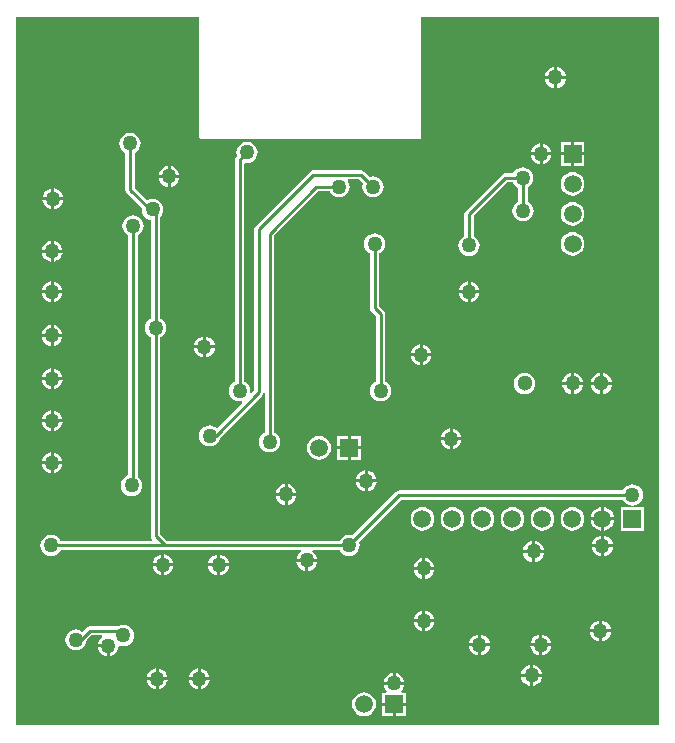
<source format=gbl>
G04*
G04 #@! TF.GenerationSoftware,Altium Limited,Altium Designer,18.1.7 (191)*
G04*
G04 Layer_Physical_Order=2*
G04 Layer_Color=16711680*
%FSLAX25Y25*%
%MOIN*%
G70*
G01*
G75*
%ADD14C,0.01000*%
%ADD62R,0.05906X0.05906*%
%ADD63C,0.05906*%
%ADD64R,0.05906X0.05906*%
%ADD65C,0.05118*%
%ADD66C,0.05000*%
G36*
X315971Y263029D02*
X101529D01*
Y498971D01*
X162500D01*
Y459000D01*
X163000Y458500D01*
X236500D01*
Y498971D01*
X315971D01*
Y263029D01*
D02*
G37*
%LPC*%
G36*
X281827Y482464D02*
Y479500D01*
X284791D01*
X284737Y479914D01*
X284384Y480765D01*
X283823Y481496D01*
X283092Y482057D01*
X282241Y482410D01*
X281827Y482464D01*
D02*
G37*
G36*
X280827D02*
X280413Y482410D01*
X279562Y482057D01*
X278831Y481496D01*
X278270Y480765D01*
X277917Y479914D01*
X277862Y479500D01*
X280827D01*
Y482464D01*
D02*
G37*
G36*
X284791Y478500D02*
X281827D01*
Y475536D01*
X282241Y475590D01*
X283092Y475943D01*
X283823Y476504D01*
X284384Y477235D01*
X284737Y478086D01*
X284791Y478500D01*
D02*
G37*
G36*
X280827D02*
X277862D01*
X277917Y478086D01*
X278270Y477235D01*
X278831Y476504D01*
X279562Y475943D01*
X280413Y475590D01*
X280827Y475536D01*
Y478500D01*
D02*
G37*
G36*
X290953Y457453D02*
X287500D01*
Y454000D01*
X290953D01*
Y457453D01*
D02*
G37*
G36*
X277000Y456964D02*
Y454000D01*
X279964D01*
X279910Y454414D01*
X279557Y455265D01*
X278996Y455996D01*
X278265Y456557D01*
X277414Y456910D01*
X277000Y456964D01*
D02*
G37*
G36*
X276000D02*
X275586Y456910D01*
X274735Y456557D01*
X274004Y455996D01*
X273443Y455265D01*
X273090Y454414D01*
X273036Y454000D01*
X276000D01*
Y456964D01*
D02*
G37*
G36*
X286500Y457453D02*
X283047D01*
Y454000D01*
X286500D01*
Y457453D01*
D02*
G37*
G36*
X178500Y457530D02*
X177586Y457410D01*
X176735Y457057D01*
X176004Y456496D01*
X175443Y455765D01*
X175090Y454914D01*
X174970Y454000D01*
X175090Y453086D01*
X175188Y452851D01*
X174919Y452581D01*
X174587Y452085D01*
X174471Y451500D01*
Y377655D01*
X174235Y377557D01*
X173504Y376996D01*
X172943Y376265D01*
X172590Y375414D01*
X172470Y374500D01*
X172590Y373586D01*
X172943Y372735D01*
X173504Y372004D01*
X174235Y371443D01*
X175086Y371090D01*
X176000Y370970D01*
X176691Y371061D01*
X176924Y370587D01*
X168404Y362067D01*
X167765Y362557D01*
X166914Y362910D01*
X166000Y363030D01*
X165086Y362910D01*
X164235Y362557D01*
X163504Y361996D01*
X162943Y361265D01*
X162590Y360414D01*
X162470Y359500D01*
X162590Y358586D01*
X162943Y357735D01*
X163504Y357004D01*
X164235Y356443D01*
X165086Y356090D01*
X166000Y355970D01*
X166914Y356090D01*
X167765Y356443D01*
X168496Y357004D01*
X169057Y357735D01*
X169410Y358586D01*
X169434Y358771D01*
X183581Y372919D01*
X183913Y373415D01*
X183971Y373705D01*
X184471Y373655D01*
Y360655D01*
X184235Y360557D01*
X183504Y359996D01*
X182943Y359265D01*
X182590Y358414D01*
X182470Y357500D01*
X182590Y356586D01*
X182943Y355735D01*
X183504Y355004D01*
X184235Y354443D01*
X185086Y354090D01*
X186000Y353970D01*
X186914Y354090D01*
X187765Y354443D01*
X188496Y355004D01*
X189057Y355735D01*
X189410Y356586D01*
X189530Y357500D01*
X189410Y358414D01*
X189057Y359265D01*
X188496Y359996D01*
X187765Y360557D01*
X187529Y360655D01*
Y426260D01*
X202240Y440971D01*
X206077D01*
X206175Y440735D01*
X206736Y440004D01*
X207467Y439443D01*
X208319Y439090D01*
X209232Y438970D01*
X210146Y439090D01*
X210997Y439443D01*
X211729Y440004D01*
X212290Y440735D01*
X212642Y441586D01*
X212762Y442500D01*
X212642Y443414D01*
X212290Y444265D01*
X212092Y444522D01*
X212313Y444971D01*
X215866D01*
X217188Y443649D01*
X217090Y443414D01*
X216970Y442500D01*
X217090Y441586D01*
X217443Y440735D01*
X218004Y440004D01*
X218735Y439443D01*
X219586Y439090D01*
X220500Y438970D01*
X221414Y439090D01*
X222265Y439443D01*
X222996Y440004D01*
X223557Y440735D01*
X223910Y441586D01*
X224030Y442500D01*
X223910Y443414D01*
X223557Y444265D01*
X222996Y444996D01*
X222265Y445557D01*
X221414Y445910D01*
X220500Y446030D01*
X219586Y445910D01*
X219351Y445812D01*
X217581Y447581D01*
X217085Y447913D01*
X216500Y448029D01*
X200500D01*
X199915Y447913D01*
X199419Y447581D01*
X181419Y429581D01*
X181087Y429085D01*
X180971Y428500D01*
Y374634D01*
X179913Y373576D01*
X179439Y373809D01*
X179530Y374500D01*
X179410Y375414D01*
X179057Y376265D01*
X178496Y376996D01*
X177765Y377557D01*
X177529Y377655D01*
Y450093D01*
X178029Y450532D01*
X178500Y450470D01*
X179414Y450590D01*
X180265Y450943D01*
X180996Y451504D01*
X181557Y452235D01*
X181910Y453086D01*
X182030Y454000D01*
X181910Y454914D01*
X181557Y455765D01*
X180996Y456496D01*
X180265Y457057D01*
X179414Y457410D01*
X178500Y457530D01*
D02*
G37*
G36*
X279964Y453000D02*
X277000D01*
Y450036D01*
X277414Y450090D01*
X278265Y450443D01*
X278996Y451004D01*
X279557Y451735D01*
X279910Y452586D01*
X279964Y453000D01*
D02*
G37*
G36*
X276000D02*
X273036D01*
X273090Y452586D01*
X273443Y451735D01*
X274004Y451004D01*
X274735Y450443D01*
X275586Y450090D01*
X276000Y450036D01*
Y453000D01*
D02*
G37*
G36*
X290953D02*
X287500D01*
Y449547D01*
X290953D01*
Y453000D01*
D02*
G37*
G36*
X286500D02*
X283047D01*
Y449547D01*
X286500D01*
Y453000D01*
D02*
G37*
G36*
X153000Y449464D02*
Y446500D01*
X155964D01*
X155910Y446914D01*
X155557Y447765D01*
X154996Y448496D01*
X154265Y449057D01*
X153414Y449410D01*
X153000Y449464D01*
D02*
G37*
G36*
X152000D02*
X151586Y449410D01*
X150735Y449057D01*
X150004Y448496D01*
X149443Y447765D01*
X149090Y446914D01*
X149036Y446500D01*
X152000D01*
Y449464D01*
D02*
G37*
G36*
X155964Y445500D02*
X153000D01*
Y442536D01*
X153414Y442590D01*
X154265Y442943D01*
X154996Y443504D01*
X155557Y444235D01*
X155910Y445086D01*
X155964Y445500D01*
D02*
G37*
G36*
X152000D02*
X149036D01*
X149090Y445086D01*
X149443Y444235D01*
X150004Y443504D01*
X150735Y442943D01*
X151586Y442590D01*
X152000Y442536D01*
Y445500D01*
D02*
G37*
G36*
X287000Y447487D02*
X285968Y447351D01*
X285007Y446953D01*
X284181Y446319D01*
X283547Y445493D01*
X283149Y444532D01*
X283013Y443500D01*
X283149Y442468D01*
X283547Y441507D01*
X284181Y440681D01*
X285007Y440047D01*
X285968Y439649D01*
X287000Y439513D01*
X288032Y439649D01*
X288993Y440047D01*
X289819Y440681D01*
X290453Y441507D01*
X290851Y442468D01*
X290987Y443500D01*
X290851Y444532D01*
X290453Y445493D01*
X289819Y446319D01*
X288993Y446953D01*
X288032Y447351D01*
X287000Y447487D01*
D02*
G37*
G36*
X114284Y441964D02*
Y439000D01*
X117248D01*
X117193Y439414D01*
X116841Y440265D01*
X116280Y440996D01*
X115549Y441557D01*
X114697Y441910D01*
X114284Y441964D01*
D02*
G37*
G36*
X113284D02*
X112870Y441910D01*
X112018Y441557D01*
X111287Y440996D01*
X110726Y440265D01*
X110374Y439414D01*
X110319Y439000D01*
X113284D01*
Y441964D01*
D02*
G37*
G36*
X117248Y438000D02*
X114284D01*
Y435036D01*
X114697Y435090D01*
X115549Y435443D01*
X116280Y436004D01*
X116841Y436735D01*
X117193Y437586D01*
X117248Y438000D01*
D02*
G37*
G36*
X113284D02*
X110319D01*
X110374Y437586D01*
X110726Y436735D01*
X111287Y436004D01*
X112018Y435443D01*
X112870Y435090D01*
X113284Y435036D01*
Y438000D01*
D02*
G37*
G36*
X270374Y449030D02*
X269460Y448910D01*
X268609Y448557D01*
X267878Y447996D01*
X267317Y447265D01*
X267219Y447029D01*
X264500D01*
X263915Y446913D01*
X263419Y446581D01*
X251419Y434581D01*
X251087Y434085D01*
X250971Y433500D01*
Y426155D01*
X250735Y426057D01*
X250004Y425496D01*
X249443Y424765D01*
X249090Y423914D01*
X248970Y423000D01*
X249090Y422086D01*
X249443Y421235D01*
X250004Y420504D01*
X250735Y419943D01*
X251586Y419590D01*
X252500Y419470D01*
X253414Y419590D01*
X254265Y419943D01*
X254996Y420504D01*
X255557Y421235D01*
X255910Y422086D01*
X256030Y423000D01*
X255910Y423914D01*
X255557Y424765D01*
X254996Y425496D01*
X254265Y426057D01*
X254029Y426155D01*
Y432866D01*
X265134Y443971D01*
X267219D01*
X267317Y443735D01*
X267878Y443004D01*
X268609Y442443D01*
X268971Y442293D01*
Y437655D01*
X268735Y437557D01*
X268004Y436996D01*
X267443Y436265D01*
X267090Y435414D01*
X266970Y434500D01*
X267090Y433586D01*
X267443Y432735D01*
X268004Y432004D01*
X268735Y431443D01*
X269586Y431090D01*
X270500Y430970D01*
X271414Y431090D01*
X272265Y431443D01*
X272996Y432004D01*
X273557Y432735D01*
X273910Y433586D01*
X274030Y434500D01*
X273910Y435414D01*
X273557Y436265D01*
X272996Y436996D01*
X272265Y437557D01*
X272029Y437655D01*
Y442397D01*
X272139Y442443D01*
X272870Y443004D01*
X273431Y443735D01*
X273784Y444586D01*
X273904Y445500D01*
X273784Y446414D01*
X273431Y447265D01*
X272870Y447996D01*
X272139Y448557D01*
X271288Y448910D01*
X270374Y449030D01*
D02*
G37*
G36*
X287000Y437487D02*
X285968Y437351D01*
X285007Y436953D01*
X284181Y436319D01*
X283547Y435493D01*
X283149Y434532D01*
X283013Y433500D01*
X283149Y432468D01*
X283547Y431507D01*
X284181Y430681D01*
X285007Y430047D01*
X285968Y429649D01*
X287000Y429513D01*
X288032Y429649D01*
X288993Y430047D01*
X289819Y430681D01*
X290453Y431507D01*
X290851Y432468D01*
X290987Y433500D01*
X290851Y434532D01*
X290453Y435493D01*
X289819Y436319D01*
X288993Y436953D01*
X288032Y437351D01*
X287000Y437487D01*
D02*
G37*
G36*
X114047Y424512D02*
Y421547D01*
X117012D01*
X116957Y421961D01*
X116604Y422812D01*
X116043Y423544D01*
X115312Y424104D01*
X114461Y424457D01*
X114047Y424512D01*
D02*
G37*
G36*
X113047D02*
X112634Y424457D01*
X111782Y424104D01*
X111051Y423544D01*
X110490Y422812D01*
X110137Y421961D01*
X110083Y421547D01*
X113047D01*
Y424512D01*
D02*
G37*
G36*
X287000Y427487D02*
X285968Y427351D01*
X285007Y426953D01*
X284181Y426319D01*
X283547Y425493D01*
X283149Y424532D01*
X283013Y423500D01*
X283149Y422468D01*
X283547Y421507D01*
X284181Y420681D01*
X285007Y420047D01*
X285968Y419649D01*
X287000Y419513D01*
X288032Y419649D01*
X288993Y420047D01*
X289819Y420681D01*
X290453Y421507D01*
X290851Y422468D01*
X290987Y423500D01*
X290851Y424532D01*
X290453Y425493D01*
X289819Y426319D01*
X288993Y426953D01*
X288032Y427351D01*
X287000Y427487D01*
D02*
G37*
G36*
X117012Y420547D02*
X114047D01*
Y417583D01*
X114461Y417637D01*
X115312Y417990D01*
X116043Y418551D01*
X116604Y419282D01*
X116957Y420134D01*
X117012Y420547D01*
D02*
G37*
G36*
X113047D02*
X110083D01*
X110137Y420134D01*
X110490Y419282D01*
X111051Y418551D01*
X111782Y417990D01*
X112634Y417637D01*
X113047Y417583D01*
Y420547D01*
D02*
G37*
G36*
X253000Y410964D02*
Y408000D01*
X255964D01*
X255910Y408414D01*
X255557Y409265D01*
X254996Y409996D01*
X254265Y410557D01*
X253414Y410910D01*
X253000Y410964D01*
D02*
G37*
G36*
X252000D02*
X251586Y410910D01*
X250735Y410557D01*
X250004Y409996D01*
X249443Y409265D01*
X249090Y408414D01*
X249036Y408000D01*
X252000D01*
Y410964D01*
D02*
G37*
G36*
X114000D02*
Y408000D01*
X116964D01*
X116910Y408414D01*
X116557Y409265D01*
X115996Y409996D01*
X115265Y410557D01*
X114414Y410910D01*
X114000Y410964D01*
D02*
G37*
G36*
X113000D02*
X112586Y410910D01*
X111735Y410557D01*
X111004Y409996D01*
X110443Y409265D01*
X110090Y408414D01*
X110036Y408000D01*
X113000D01*
Y410964D01*
D02*
G37*
G36*
X255964Y407000D02*
X253000D01*
Y404036D01*
X253414Y404090D01*
X254265Y404443D01*
X254996Y405004D01*
X255557Y405735D01*
X255910Y406586D01*
X255964Y407000D01*
D02*
G37*
G36*
X252000D02*
X249036D01*
X249090Y406586D01*
X249443Y405735D01*
X250004Y405004D01*
X250735Y404443D01*
X251586Y404090D01*
X252000Y404036D01*
Y407000D01*
D02*
G37*
G36*
X116964D02*
X114000D01*
Y404036D01*
X114414Y404090D01*
X115265Y404443D01*
X115996Y405004D01*
X116557Y405735D01*
X116910Y406586D01*
X116964Y407000D01*
D02*
G37*
G36*
X113000D02*
X110036D01*
X110090Y406586D01*
X110443Y405735D01*
X111004Y405004D01*
X111735Y404443D01*
X112586Y404090D01*
X113000Y404036D01*
Y407000D01*
D02*
G37*
G36*
X114000Y396464D02*
Y393500D01*
X116964D01*
X116910Y393914D01*
X116557Y394765D01*
X115996Y395496D01*
X115265Y396057D01*
X114414Y396410D01*
X114000Y396464D01*
D02*
G37*
G36*
X113000D02*
X112586Y396410D01*
X111735Y396057D01*
X111004Y395496D01*
X110443Y394765D01*
X110090Y393914D01*
X110036Y393500D01*
X113000D01*
Y396464D01*
D02*
G37*
G36*
X164815Y392649D02*
Y389685D01*
X167779D01*
X167725Y390099D01*
X167372Y390950D01*
X166811Y391681D01*
X166080Y392242D01*
X165229Y392595D01*
X164815Y392649D01*
D02*
G37*
G36*
X163815D02*
X163401Y392595D01*
X162550Y392242D01*
X161819Y391681D01*
X161258Y390950D01*
X160905Y390099D01*
X160851Y389685D01*
X163815D01*
Y392649D01*
D02*
G37*
G36*
X116964Y392500D02*
X114000D01*
Y389536D01*
X114414Y389590D01*
X115265Y389943D01*
X115996Y390504D01*
X116557Y391235D01*
X116910Y392086D01*
X116964Y392500D01*
D02*
G37*
G36*
X113000D02*
X110036D01*
X110090Y392086D01*
X110443Y391235D01*
X111004Y390504D01*
X111735Y389943D01*
X112586Y389590D01*
X113000Y389536D01*
Y392500D01*
D02*
G37*
G36*
X237000Y389964D02*
Y387000D01*
X239964D01*
X239910Y387414D01*
X239557Y388265D01*
X238996Y388996D01*
X238265Y389557D01*
X237414Y389910D01*
X237000Y389964D01*
D02*
G37*
G36*
X236000D02*
X235586Y389910D01*
X234735Y389557D01*
X234004Y388996D01*
X233443Y388265D01*
X233090Y387414D01*
X233036Y387000D01*
X236000D01*
Y389964D01*
D02*
G37*
G36*
X167779Y388685D02*
X164815D01*
Y385721D01*
X165229Y385775D01*
X166080Y386128D01*
X166811Y386689D01*
X167372Y387420D01*
X167725Y388271D01*
X167779Y388685D01*
D02*
G37*
G36*
X163815D02*
X160851D01*
X160905Y388271D01*
X161258Y387420D01*
X161819Y386689D01*
X162550Y386128D01*
X163401Y385775D01*
X163815Y385721D01*
Y388685D01*
D02*
G37*
G36*
X239964Y386000D02*
X237000D01*
Y383036D01*
X237414Y383090D01*
X238265Y383443D01*
X238996Y384004D01*
X239557Y384735D01*
X239910Y385586D01*
X239964Y386000D01*
D02*
G37*
G36*
X236000D02*
X233036D01*
X233090Y385586D01*
X233443Y384735D01*
X234004Y384004D01*
X234735Y383443D01*
X235586Y383090D01*
X236000Y383036D01*
Y386000D01*
D02*
G37*
G36*
X114047Y381964D02*
Y379000D01*
X117012D01*
X116957Y379414D01*
X116604Y380265D01*
X116043Y380996D01*
X115312Y381557D01*
X114461Y381910D01*
X114047Y381964D01*
D02*
G37*
G36*
X113047D02*
X112634Y381910D01*
X111782Y381557D01*
X111051Y380996D01*
X110490Y380265D01*
X110137Y379414D01*
X110083Y379000D01*
X113047D01*
Y381964D01*
D02*
G37*
G36*
X297091Y380524D02*
Y377500D01*
X300114D01*
X300058Y377929D01*
X299699Y378795D01*
X299129Y379538D01*
X298385Y380109D01*
X297520Y380467D01*
X297091Y380524D01*
D02*
G37*
G36*
X287559Y380464D02*
Y377500D01*
X290523D01*
X290469Y377914D01*
X290116Y378765D01*
X289555Y379496D01*
X288824Y380057D01*
X287973Y380410D01*
X287559Y380464D01*
D02*
G37*
G36*
X286559D02*
X286145Y380410D01*
X285294Y380057D01*
X284563Y379496D01*
X284002Y378765D01*
X283649Y377914D01*
X283595Y377500D01*
X286559D01*
Y380464D01*
D02*
G37*
G36*
X296091Y380524D02*
X295661Y380467D01*
X294796Y380109D01*
X294052Y379538D01*
X293482Y378795D01*
X293123Y377929D01*
X293067Y377500D01*
X296091D01*
Y380524D01*
D02*
G37*
G36*
X117012Y378000D02*
X114047D01*
Y375036D01*
X114461Y375090D01*
X115312Y375443D01*
X116043Y376004D01*
X116604Y376735D01*
X116957Y377586D01*
X117012Y378000D01*
D02*
G37*
G36*
X113047D02*
X110083D01*
X110137Y377586D01*
X110490Y376735D01*
X111051Y376004D01*
X111782Y375443D01*
X112634Y375090D01*
X113047Y375036D01*
Y378000D01*
D02*
G37*
G36*
X290523Y376500D02*
X287559D01*
Y373536D01*
X287973Y373590D01*
X288824Y373943D01*
X289555Y374504D01*
X290116Y375235D01*
X290469Y376086D01*
X290523Y376500D01*
D02*
G37*
G36*
X286559D02*
X283595D01*
X283649Y376086D01*
X284002Y375235D01*
X284563Y374504D01*
X285294Y373943D01*
X286145Y373590D01*
X286559Y373536D01*
Y376500D01*
D02*
G37*
G36*
X300114D02*
X297091D01*
Y373476D01*
X297520Y373533D01*
X298385Y373891D01*
X299129Y374462D01*
X299699Y375205D01*
X300058Y376071D01*
X300114Y376500D01*
D02*
G37*
G36*
X296091D02*
X293067D01*
X293123Y376071D01*
X293482Y375205D01*
X294052Y374462D01*
X294796Y373891D01*
X295661Y373533D01*
X296091Y373476D01*
Y376500D01*
D02*
G37*
G36*
X271000Y380590D02*
X270071Y380467D01*
X269205Y380109D01*
X268462Y379538D01*
X267891Y378795D01*
X267533Y377929D01*
X267410Y377000D01*
X267533Y376071D01*
X267891Y375205D01*
X268462Y374462D01*
X269205Y373891D01*
X270071Y373533D01*
X271000Y373410D01*
X271929Y373533D01*
X272795Y373891D01*
X273538Y374462D01*
X274109Y375205D01*
X274467Y376071D01*
X274590Y377000D01*
X274467Y377929D01*
X274109Y378795D01*
X273538Y379538D01*
X272795Y380109D01*
X271929Y380467D01*
X271000Y380590D01*
D02*
G37*
G36*
X221000Y427030D02*
X220086Y426910D01*
X219235Y426557D01*
X218504Y425996D01*
X217943Y425265D01*
X217590Y424414D01*
X217470Y423500D01*
X217590Y422586D01*
X217943Y421735D01*
X218504Y421004D01*
X219235Y420443D01*
X219471Y420345D01*
Y402000D01*
X219587Y401415D01*
X219919Y400919D01*
X221471Y399366D01*
Y377655D01*
X221235Y377557D01*
X220504Y376996D01*
X219943Y376265D01*
X219590Y375414D01*
X219470Y374500D01*
X219590Y373586D01*
X219943Y372735D01*
X220504Y372004D01*
X221235Y371443D01*
X222086Y371090D01*
X223000Y370970D01*
X223914Y371090D01*
X224765Y371443D01*
X225496Y372004D01*
X226057Y372735D01*
X226410Y373586D01*
X226530Y374500D01*
X226410Y375414D01*
X226057Y376265D01*
X225496Y376996D01*
X224765Y377557D01*
X224529Y377655D01*
Y400000D01*
X224413Y400585D01*
X224081Y401081D01*
X222529Y402633D01*
Y420345D01*
X222765Y420443D01*
X223496Y421004D01*
X224057Y421735D01*
X224410Y422586D01*
X224530Y423500D01*
X224410Y424414D01*
X224057Y425265D01*
X223496Y425996D01*
X222765Y426557D01*
X221914Y426910D01*
X221000Y427030D01*
D02*
G37*
G36*
X114047Y367964D02*
Y365000D01*
X117012D01*
X116957Y365414D01*
X116604Y366265D01*
X116043Y366996D01*
X115312Y367557D01*
X114461Y367910D01*
X114047Y367964D01*
D02*
G37*
G36*
X113047D02*
X112634Y367910D01*
X111782Y367557D01*
X111051Y366996D01*
X110490Y366265D01*
X110137Y365414D01*
X110083Y365000D01*
X113047D01*
Y367964D01*
D02*
G37*
G36*
X117012Y364000D02*
X114047D01*
Y361036D01*
X114461Y361090D01*
X115312Y361443D01*
X116043Y362004D01*
X116604Y362735D01*
X116957Y363586D01*
X117012Y364000D01*
D02*
G37*
G36*
X113047D02*
X110083D01*
X110137Y363586D01*
X110490Y362735D01*
X111051Y362004D01*
X111782Y361443D01*
X112634Y361090D01*
X113047Y361036D01*
Y364000D01*
D02*
G37*
G36*
X247000Y361964D02*
Y359000D01*
X249964D01*
X249910Y359414D01*
X249557Y360265D01*
X248996Y360996D01*
X248265Y361557D01*
X247414Y361910D01*
X247000Y361964D01*
D02*
G37*
G36*
X246000D02*
X245586Y361910D01*
X244735Y361557D01*
X244004Y360996D01*
X243443Y360265D01*
X243090Y359414D01*
X243036Y359000D01*
X246000D01*
Y361964D01*
D02*
G37*
G36*
X216453Y359453D02*
X213000D01*
Y356000D01*
X216453D01*
Y359453D01*
D02*
G37*
G36*
X212000D02*
X208547D01*
Y356000D01*
X212000D01*
Y359453D01*
D02*
G37*
G36*
X249964Y358000D02*
X247000D01*
Y355036D01*
X247414Y355090D01*
X248265Y355443D01*
X248996Y356004D01*
X249557Y356735D01*
X249910Y357586D01*
X249964Y358000D01*
D02*
G37*
G36*
X246000D02*
X243036D01*
X243090Y357586D01*
X243443Y356735D01*
X244004Y356004D01*
X244735Y355443D01*
X245586Y355090D01*
X246000Y355036D01*
Y358000D01*
D02*
G37*
G36*
X216453Y355000D02*
X213000D01*
Y351547D01*
X216453D01*
Y355000D01*
D02*
G37*
G36*
X212000D02*
X208547D01*
Y351547D01*
X212000D01*
Y355000D01*
D02*
G37*
G36*
X202500Y359487D02*
X201468Y359351D01*
X200507Y358953D01*
X199681Y358319D01*
X199047Y357493D01*
X198649Y356532D01*
X198513Y355500D01*
X198649Y354468D01*
X199047Y353507D01*
X199681Y352681D01*
X200507Y352047D01*
X201468Y351649D01*
X202500Y351513D01*
X203532Y351649D01*
X204493Y352047D01*
X205319Y352681D01*
X205953Y353507D01*
X206351Y354468D01*
X206487Y355500D01*
X206351Y356532D01*
X205953Y357493D01*
X205319Y358319D01*
X204493Y358953D01*
X203532Y359351D01*
X202500Y359487D01*
D02*
G37*
G36*
X114000Y353964D02*
Y351000D01*
X116964D01*
X116910Y351414D01*
X116557Y352265D01*
X115996Y352996D01*
X115265Y353557D01*
X114414Y353910D01*
X114000Y353964D01*
D02*
G37*
G36*
X113000D02*
X112586Y353910D01*
X111735Y353557D01*
X111004Y352996D01*
X110443Y352265D01*
X110090Y351414D01*
X110036Y351000D01*
X113000D01*
Y353964D01*
D02*
G37*
G36*
X116964Y350000D02*
X114000D01*
Y347036D01*
X114414Y347090D01*
X115265Y347443D01*
X115996Y348004D01*
X116557Y348735D01*
X116910Y349586D01*
X116964Y350000D01*
D02*
G37*
G36*
X113000D02*
X110036D01*
X110090Y349586D01*
X110443Y348735D01*
X111004Y348004D01*
X111735Y347443D01*
X112586Y347090D01*
X113000Y347036D01*
Y350000D01*
D02*
G37*
G36*
X218736Y347964D02*
Y345000D01*
X221700D01*
X221645Y345414D01*
X221293Y346265D01*
X220732Y346996D01*
X220001Y347557D01*
X219149Y347910D01*
X218736Y347964D01*
D02*
G37*
G36*
X217736D02*
X217322Y347910D01*
X216470Y347557D01*
X215739Y346996D01*
X215178Y346265D01*
X214826Y345414D01*
X214771Y345000D01*
X217736D01*
Y347964D01*
D02*
G37*
G36*
X221700Y344000D02*
X218736D01*
Y341036D01*
X219149Y341090D01*
X220001Y341443D01*
X220732Y342004D01*
X221293Y342735D01*
X221645Y343586D01*
X221700Y344000D01*
D02*
G37*
G36*
X217736D02*
X214771D01*
X214826Y343586D01*
X215178Y342735D01*
X215739Y342004D01*
X216470Y341443D01*
X217322Y341090D01*
X217736Y341036D01*
Y344000D01*
D02*
G37*
G36*
X192000Y343464D02*
Y340500D01*
X194964D01*
X194910Y340914D01*
X194557Y341765D01*
X193996Y342496D01*
X193265Y343057D01*
X192414Y343410D01*
X192000Y343464D01*
D02*
G37*
G36*
X191000D02*
X190586Y343410D01*
X189735Y343057D01*
X189004Y342496D01*
X188443Y341765D01*
X188090Y340914D01*
X188036Y340500D01*
X191000D01*
Y343464D01*
D02*
G37*
G36*
X140500Y433030D02*
X139586Y432910D01*
X138735Y432557D01*
X138004Y431996D01*
X137443Y431265D01*
X137090Y430414D01*
X136970Y429500D01*
X137090Y428586D01*
X137443Y427735D01*
X138004Y427004D01*
X138735Y426443D01*
X138971Y426345D01*
Y346351D01*
X138235Y346047D01*
X137504Y345486D01*
X136943Y344755D01*
X136590Y343903D01*
X136470Y342989D01*
X136590Y342076D01*
X136943Y341224D01*
X137504Y340493D01*
X138235Y339932D01*
X139086Y339579D01*
X140000Y339459D01*
X140914Y339579D01*
X141765Y339932D01*
X142496Y340493D01*
X143057Y341224D01*
X143410Y342076D01*
X143530Y342989D01*
X143410Y343903D01*
X143057Y344755D01*
X142496Y345486D01*
X142029Y345844D01*
Y426345D01*
X142265Y426443D01*
X142996Y427004D01*
X143557Y427735D01*
X143910Y428586D01*
X144030Y429500D01*
X143910Y430414D01*
X143557Y431265D01*
X142996Y431996D01*
X142265Y432557D01*
X141414Y432910D01*
X140500Y433030D01*
D02*
G37*
G36*
X194964Y339500D02*
X192000D01*
Y336536D01*
X192414Y336590D01*
X193265Y336943D01*
X193996Y337504D01*
X194557Y338235D01*
X194910Y339086D01*
X194964Y339500D01*
D02*
G37*
G36*
X191000D02*
X188036D01*
X188090Y339086D01*
X188443Y338235D01*
X189004Y337504D01*
X189735Y336943D01*
X190586Y336590D01*
X191000Y336536D01*
Y339500D01*
D02*
G37*
G36*
X139500Y460530D02*
X138586Y460410D01*
X137735Y460057D01*
X137004Y459496D01*
X136443Y458765D01*
X136090Y457914D01*
X135970Y457000D01*
X136090Y456086D01*
X136443Y455235D01*
X137004Y454504D01*
X137735Y453943D01*
X137971Y453845D01*
Y441512D01*
X138087Y440927D01*
X138419Y440431D01*
X143514Y435336D01*
X143470Y435000D01*
X143590Y434086D01*
X143943Y433235D01*
X144504Y432504D01*
X145235Y431943D01*
X146086Y431590D01*
X146471Y431539D01*
Y398655D01*
X146235Y398557D01*
X145504Y397996D01*
X144943Y397265D01*
X144590Y396414D01*
X144470Y395500D01*
X144590Y394586D01*
X144943Y393735D01*
X145504Y393004D01*
X146235Y392443D01*
X146471Y392345D01*
Y326095D01*
X146587Y325510D01*
X146908Y325029D01*
X146866Y324810D01*
X146750Y324529D01*
X116336D01*
X116238Y324765D01*
X115677Y325496D01*
X114946Y326057D01*
X114095Y326410D01*
X113181Y326530D01*
X112267Y326410D01*
X111416Y326057D01*
X110685Y325496D01*
X110124Y324765D01*
X109771Y323914D01*
X109651Y323000D01*
X109771Y322086D01*
X110124Y321235D01*
X110685Y320504D01*
X111416Y319943D01*
X112267Y319590D01*
X113181Y319470D01*
X114095Y319590D01*
X114946Y319943D01*
X115677Y320504D01*
X116238Y321235D01*
X116336Y321471D01*
X196438D01*
X196567Y320971D01*
X195949Y320496D01*
X195388Y319765D01*
X195035Y318914D01*
X194981Y318500D01*
X201909D01*
X201855Y318914D01*
X201502Y319765D01*
X200941Y320496D01*
X200323Y320971D01*
X200452Y321471D01*
X209345D01*
X209443Y321235D01*
X210004Y320504D01*
X210735Y319943D01*
X211586Y319590D01*
X212500Y319470D01*
X213414Y319590D01*
X214265Y319943D01*
X214996Y320504D01*
X215557Y321235D01*
X215910Y322086D01*
X216030Y323000D01*
X215910Y323914D01*
X215812Y324149D01*
X229952Y338289D01*
X303841D01*
X303939Y338054D01*
X304500Y337323D01*
X305231Y336762D01*
X306082Y336409D01*
X306996Y336289D01*
X307910Y336409D01*
X308761Y336762D01*
X309492Y337323D01*
X310053Y338054D01*
X310406Y338905D01*
X310526Y339819D01*
X310406Y340733D01*
X310053Y341584D01*
X309492Y342315D01*
X308761Y342876D01*
X307910Y343229D01*
X306996Y343349D01*
X306082Y343229D01*
X305231Y342876D01*
X304500Y342315D01*
X303939Y341584D01*
X303841Y341348D01*
X229319D01*
X228734Y341232D01*
X228237Y340900D01*
X213649Y326312D01*
X213414Y326410D01*
X212500Y326530D01*
X211586Y326410D01*
X210735Y326057D01*
X210004Y325496D01*
X209443Y324765D01*
X209345Y324529D01*
X151729D01*
X149529Y326729D01*
Y392345D01*
X149765Y392443D01*
X150496Y393004D01*
X151057Y393735D01*
X151410Y394586D01*
X151530Y395500D01*
X151410Y396414D01*
X151057Y397265D01*
X150496Y397996D01*
X149765Y398557D01*
X149529Y398655D01*
Y432547D01*
X150057Y433235D01*
X150410Y434086D01*
X150530Y435000D01*
X150410Y435914D01*
X150057Y436765D01*
X149496Y437496D01*
X148765Y438057D01*
X147914Y438410D01*
X147000Y438530D01*
X146086Y438410D01*
X145235Y438057D01*
X145169Y438007D01*
X141029Y442146D01*
Y453845D01*
X141265Y453943D01*
X141996Y454504D01*
X142557Y455235D01*
X142910Y456086D01*
X143030Y457000D01*
X142910Y457914D01*
X142557Y458765D01*
X141996Y459496D01*
X141265Y460057D01*
X140414Y460410D01*
X139500Y460530D01*
D02*
G37*
G36*
X297496Y335740D02*
Y332319D01*
X300917D01*
X300847Y332851D01*
X300449Y333812D01*
X299815Y334638D01*
X298990Y335272D01*
X298028Y335670D01*
X297496Y335740D01*
D02*
G37*
G36*
X296496D02*
X295964Y335670D01*
X295003Y335272D01*
X294177Y334638D01*
X293543Y333812D01*
X293145Y332851D01*
X293075Y332319D01*
X296496D01*
Y335740D01*
D02*
G37*
G36*
X300917Y331319D02*
X297496D01*
Y327898D01*
X298028Y327968D01*
X298990Y328366D01*
X299815Y329000D01*
X300449Y329825D01*
X300847Y330787D01*
X300917Y331319D01*
D02*
G37*
G36*
X296496D02*
X293075D01*
X293145Y330787D01*
X293543Y329825D01*
X294177Y329000D01*
X295003Y328366D01*
X295964Y327968D01*
X296496Y327898D01*
Y331319D01*
D02*
G37*
G36*
X310949Y335772D02*
X303043D01*
Y327866D01*
X310949D01*
Y335772D01*
D02*
G37*
G36*
X286996Y335806D02*
X285964Y335670D01*
X285003Y335272D01*
X284177Y334638D01*
X283543Y333812D01*
X283145Y332851D01*
X283009Y331819D01*
X283145Y330787D01*
X283543Y329825D01*
X284177Y329000D01*
X285003Y328366D01*
X285964Y327968D01*
X286996Y327832D01*
X288028Y327968D01*
X288989Y328366D01*
X289815Y329000D01*
X290449Y329825D01*
X290847Y330787D01*
X290983Y331819D01*
X290847Y332851D01*
X290449Y333812D01*
X289815Y334638D01*
X288989Y335272D01*
X288028Y335670D01*
X286996Y335806D01*
D02*
G37*
G36*
X276996D02*
X275964Y335670D01*
X275003Y335272D01*
X274177Y334638D01*
X273543Y333812D01*
X273145Y332851D01*
X273009Y331819D01*
X273145Y330787D01*
X273543Y329825D01*
X274177Y329000D01*
X275003Y328366D01*
X275964Y327968D01*
X276996Y327832D01*
X278028Y327968D01*
X278990Y328366D01*
X279815Y329000D01*
X280449Y329825D01*
X280847Y330787D01*
X280983Y331819D01*
X280847Y332851D01*
X280449Y333812D01*
X279815Y334638D01*
X278990Y335272D01*
X278028Y335670D01*
X276996Y335806D01*
D02*
G37*
G36*
X266996D02*
X265964Y335670D01*
X265003Y335272D01*
X264177Y334638D01*
X263543Y333812D01*
X263145Y332851D01*
X263009Y331819D01*
X263145Y330787D01*
X263543Y329825D01*
X264177Y329000D01*
X265003Y328366D01*
X265964Y327968D01*
X266996Y327832D01*
X268028Y327968D01*
X268989Y328366D01*
X269815Y329000D01*
X270449Y329825D01*
X270847Y330787D01*
X270983Y331819D01*
X270847Y332851D01*
X270449Y333812D01*
X269815Y334638D01*
X268989Y335272D01*
X268028Y335670D01*
X266996Y335806D01*
D02*
G37*
G36*
X256996D02*
X255964Y335670D01*
X255003Y335272D01*
X254177Y334638D01*
X253543Y333812D01*
X253145Y332851D01*
X253009Y331819D01*
X253145Y330787D01*
X253543Y329825D01*
X254177Y329000D01*
X255003Y328366D01*
X255964Y327968D01*
X256996Y327832D01*
X258028Y327968D01*
X258990Y328366D01*
X259815Y329000D01*
X260449Y329825D01*
X260847Y330787D01*
X260983Y331819D01*
X260847Y332851D01*
X260449Y333812D01*
X259815Y334638D01*
X258990Y335272D01*
X258028Y335670D01*
X256996Y335806D01*
D02*
G37*
G36*
X246996D02*
X245964Y335670D01*
X245003Y335272D01*
X244177Y334638D01*
X243543Y333812D01*
X243145Y332851D01*
X243009Y331819D01*
X243145Y330787D01*
X243543Y329825D01*
X244177Y329000D01*
X245003Y328366D01*
X245964Y327968D01*
X246996Y327832D01*
X248028Y327968D01*
X248990Y328366D01*
X249815Y329000D01*
X250449Y329825D01*
X250847Y330787D01*
X250983Y331819D01*
X250847Y332851D01*
X250449Y333812D01*
X249815Y334638D01*
X248990Y335272D01*
X248028Y335670D01*
X246996Y335806D01*
D02*
G37*
G36*
X236996D02*
X235964Y335670D01*
X235003Y335272D01*
X234177Y334638D01*
X233543Y333812D01*
X233145Y332851D01*
X233009Y331819D01*
X233145Y330787D01*
X233543Y329825D01*
X234177Y329000D01*
X235003Y328366D01*
X235964Y327968D01*
X236996Y327832D01*
X238028Y327968D01*
X238989Y328366D01*
X239815Y329000D01*
X240449Y329825D01*
X240847Y330787D01*
X240983Y331819D01*
X240847Y332851D01*
X240449Y333812D01*
X239815Y334638D01*
X238989Y335272D01*
X238028Y335670D01*
X236996Y335806D01*
D02*
G37*
G36*
X297496Y326283D02*
Y323319D01*
X300460D01*
X300406Y323733D01*
X300053Y324584D01*
X299492Y325315D01*
X298761Y325876D01*
X297910Y326229D01*
X297496Y326283D01*
D02*
G37*
G36*
X296496D02*
X296082Y326229D01*
X295231Y325876D01*
X294500Y325315D01*
X293939Y324584D01*
X293586Y323733D01*
X293532Y323319D01*
X296496D01*
Y326283D01*
D02*
G37*
G36*
X274500Y324464D02*
Y321500D01*
X277464D01*
X277410Y321914D01*
X277057Y322765D01*
X276496Y323496D01*
X275765Y324057D01*
X274914Y324410D01*
X274500Y324464D01*
D02*
G37*
G36*
X273500D02*
X273086Y324410D01*
X272235Y324057D01*
X271504Y323496D01*
X270943Y322765D01*
X270590Y321914D01*
X270536Y321500D01*
X273500D01*
Y324464D01*
D02*
G37*
G36*
X300460Y322319D02*
X297496D01*
Y319355D01*
X297910Y319409D01*
X298761Y319762D01*
X299492Y320323D01*
X300053Y321054D01*
X300406Y321905D01*
X300460Y322319D01*
D02*
G37*
G36*
X296496D02*
X293532D01*
X293586Y321905D01*
X293939Y321054D01*
X294500Y320323D01*
X295231Y319762D01*
X296082Y319409D01*
X296496Y319355D01*
Y322319D01*
D02*
G37*
G36*
X277464Y320500D02*
X274500D01*
Y317536D01*
X274914Y317590D01*
X275765Y317943D01*
X276496Y318504D01*
X277057Y319235D01*
X277410Y320086D01*
X277464Y320500D01*
D02*
G37*
G36*
X273500D02*
X270536D01*
X270590Y320086D01*
X270943Y319235D01*
X271504Y318504D01*
X272235Y317943D01*
X273086Y317590D01*
X273500Y317536D01*
Y320500D01*
D02*
G37*
G36*
X169500Y319964D02*
Y317000D01*
X172464D01*
X172410Y317414D01*
X172057Y318265D01*
X171496Y318996D01*
X170765Y319557D01*
X169914Y319910D01*
X169500Y319964D01*
D02*
G37*
G36*
X168500D02*
X168086Y319910D01*
X167235Y319557D01*
X166504Y318996D01*
X165943Y318265D01*
X165590Y317414D01*
X165536Y317000D01*
X168500D01*
Y319964D01*
D02*
G37*
G36*
X150985D02*
Y317000D01*
X153950D01*
X153895Y317414D01*
X153542Y318265D01*
X152981Y318996D01*
X152250Y319557D01*
X151399Y319910D01*
X150985Y319964D01*
D02*
G37*
G36*
X149985D02*
X149572Y319910D01*
X148720Y319557D01*
X147989Y318996D01*
X147428Y318265D01*
X147075Y317414D01*
X147021Y317000D01*
X149985D01*
Y319964D01*
D02*
G37*
G36*
X237996Y318783D02*
Y315819D01*
X240960D01*
X240906Y316233D01*
X240553Y317084D01*
X239992Y317815D01*
X239261Y318376D01*
X238410Y318729D01*
X237996Y318783D01*
D02*
G37*
G36*
X236996D02*
X236582Y318729D01*
X235731Y318376D01*
X235000Y317815D01*
X234439Y317084D01*
X234086Y316233D01*
X234032Y315819D01*
X236996D01*
Y318783D01*
D02*
G37*
G36*
X201909Y317500D02*
X198945D01*
Y314536D01*
X199359Y314590D01*
X200210Y314943D01*
X200941Y315504D01*
X201502Y316235D01*
X201855Y317086D01*
X201909Y317500D01*
D02*
G37*
G36*
X197945D02*
X194981D01*
X195035Y317086D01*
X195388Y316235D01*
X195949Y315504D01*
X196680Y314943D01*
X197531Y314590D01*
X197945Y314536D01*
Y317500D01*
D02*
G37*
G36*
X172464Y316000D02*
X169500D01*
Y313036D01*
X169914Y313090D01*
X170765Y313443D01*
X171496Y314004D01*
X172057Y314735D01*
X172410Y315586D01*
X172464Y316000D01*
D02*
G37*
G36*
X168500D02*
X165536D01*
X165590Y315586D01*
X165943Y314735D01*
X166504Y314004D01*
X167235Y313443D01*
X168086Y313090D01*
X168500Y313036D01*
Y316000D01*
D02*
G37*
G36*
X153950D02*
X150985D01*
Y313036D01*
X151399Y313090D01*
X152250Y313443D01*
X152981Y314004D01*
X153542Y314735D01*
X153895Y315586D01*
X153950Y316000D01*
D02*
G37*
G36*
X149985D02*
X147021D01*
X147075Y315586D01*
X147428Y314735D01*
X147989Y314004D01*
X148720Y313443D01*
X149572Y313090D01*
X149985Y313036D01*
Y316000D01*
D02*
G37*
G36*
X240960Y314819D02*
X237996D01*
Y311855D01*
X238410Y311909D01*
X239261Y312262D01*
X239992Y312823D01*
X240553Y313554D01*
X240906Y314405D01*
X240960Y314819D01*
D02*
G37*
G36*
X236996D02*
X234032D01*
X234086Y314405D01*
X234439Y313554D01*
X235000Y312823D01*
X235731Y312262D01*
X236582Y311909D01*
X236996Y311855D01*
Y314819D01*
D02*
G37*
G36*
X237996Y301283D02*
Y298319D01*
X240960D01*
X240906Y298733D01*
X240553Y299584D01*
X239992Y300315D01*
X239261Y300876D01*
X238410Y301229D01*
X237996Y301283D01*
D02*
G37*
G36*
X236996D02*
X236582Y301229D01*
X235731Y300876D01*
X235000Y300315D01*
X234439Y299584D01*
X234086Y298733D01*
X234032Y298319D01*
X236996D01*
Y301283D01*
D02*
G37*
G36*
X296811Y297968D02*
Y295004D01*
X299775D01*
X299721Y295418D01*
X299368Y296269D01*
X298807Y297000D01*
X298076Y297561D01*
X297225Y297914D01*
X296811Y297968D01*
D02*
G37*
G36*
X295811D02*
X295397Y297914D01*
X294546Y297561D01*
X293815Y297000D01*
X293254Y296269D01*
X292901Y295418D01*
X292847Y295004D01*
X295811D01*
Y297968D01*
D02*
G37*
G36*
X240960Y297319D02*
X237996D01*
Y294355D01*
X238410Y294409D01*
X239261Y294762D01*
X239992Y295323D01*
X240553Y296054D01*
X240906Y296905D01*
X240960Y297319D01*
D02*
G37*
G36*
X236996D02*
X234032D01*
X234086Y296905D01*
X234439Y296054D01*
X235000Y295323D01*
X235731Y294762D01*
X236582Y294409D01*
X236996Y294355D01*
Y297319D01*
D02*
G37*
G36*
X137328Y296530D02*
X136415Y296410D01*
X135563Y296057D01*
X135527Y296029D01*
X126000D01*
X125415Y295913D01*
X124919Y295581D01*
X123621Y294284D01*
X123265Y294557D01*
X122414Y294910D01*
X121500Y295030D01*
X120586Y294910D01*
X119735Y294557D01*
X119004Y293996D01*
X118443Y293265D01*
X118090Y292414D01*
X117970Y291500D01*
X118090Y290586D01*
X118443Y289735D01*
X119004Y289004D01*
X119735Y288443D01*
X120586Y288090D01*
X121500Y287970D01*
X122414Y288090D01*
X123265Y288443D01*
X123996Y289004D01*
X124557Y289735D01*
X124910Y290586D01*
X125010Y291347D01*
X126634Y292971D01*
X130174D01*
X130303Y292471D01*
X129685Y291996D01*
X129124Y291265D01*
X128771Y290414D01*
X128717Y290000D01*
X132181D01*
Y289500D01*
X132681D01*
Y286036D01*
X133095Y286090D01*
X133946Y286443D01*
X134677Y287004D01*
X135238Y287735D01*
X135591Y288586D01*
X135691Y289349D01*
X136134Y289706D01*
X136415Y289590D01*
X137328Y289470D01*
X138242Y289590D01*
X139093Y289943D01*
X139825Y290504D01*
X140386Y291235D01*
X140738Y292086D01*
X140859Y293000D01*
X140738Y293914D01*
X140386Y294765D01*
X139825Y295496D01*
X139093Y296057D01*
X138242Y296410D01*
X137328Y296530D01*
D02*
G37*
G36*
X299775Y294004D02*
X296811D01*
Y291040D01*
X297225Y291094D01*
X298076Y291447D01*
X298807Y292008D01*
X299368Y292739D01*
X299721Y293590D01*
X299775Y294004D01*
D02*
G37*
G36*
X295811D02*
X292847D01*
X292901Y293590D01*
X293254Y292739D01*
X293815Y292008D01*
X294546Y291447D01*
X295397Y291094D01*
X295811Y291040D01*
Y294004D01*
D02*
G37*
G36*
X276917Y293283D02*
Y290319D01*
X279882D01*
X279827Y290733D01*
X279475Y291584D01*
X278913Y292315D01*
X278182Y292876D01*
X277331Y293229D01*
X276917Y293283D01*
D02*
G37*
G36*
X275917D02*
X275504Y293229D01*
X274652Y292876D01*
X273921Y292315D01*
X273360Y291584D01*
X273007Y290733D01*
X272953Y290319D01*
X275917D01*
Y293283D01*
D02*
G37*
G36*
X256496D02*
Y290319D01*
X259460D01*
X259406Y290733D01*
X259053Y291584D01*
X258492Y292315D01*
X257761Y292876D01*
X256910Y293229D01*
X256496Y293283D01*
D02*
G37*
G36*
X255496D02*
X255082Y293229D01*
X254231Y292876D01*
X253500Y292315D01*
X252939Y291584D01*
X252586Y290733D01*
X252532Y290319D01*
X255496D01*
Y293283D01*
D02*
G37*
G36*
X279882Y289319D02*
X276917D01*
Y286354D01*
X277331Y286409D01*
X278182Y286762D01*
X278913Y287323D01*
X279475Y288054D01*
X279827Y288905D01*
X279882Y289319D01*
D02*
G37*
G36*
X275917D02*
X272953D01*
X273007Y288905D01*
X273360Y288054D01*
X273921Y287323D01*
X274652Y286762D01*
X275504Y286409D01*
X275917Y286354D01*
Y289319D01*
D02*
G37*
G36*
X259460D02*
X256496D01*
Y286354D01*
X256910Y286409D01*
X257761Y286762D01*
X258492Y287323D01*
X259053Y288054D01*
X259406Y288905D01*
X259460Y289319D01*
D02*
G37*
G36*
X255496D02*
X252532D01*
X252586Y288905D01*
X252939Y288054D01*
X253500Y287323D01*
X254231Y286762D01*
X255082Y286409D01*
X255496Y286354D01*
Y289319D01*
D02*
G37*
G36*
X131681Y289000D02*
X128717D01*
X128771Y288586D01*
X129124Y287735D01*
X129685Y287004D01*
X130416Y286443D01*
X131267Y286090D01*
X131681Y286036D01*
Y289000D01*
D02*
G37*
G36*
X273866Y283153D02*
Y280189D01*
X276831D01*
X276776Y280603D01*
X276423Y281454D01*
X275862Y282185D01*
X275131Y282746D01*
X274280Y283099D01*
X273866Y283153D01*
D02*
G37*
G36*
X272866D02*
X272452Y283099D01*
X271601Y282746D01*
X270870Y282185D01*
X270309Y281454D01*
X269956Y280603D01*
X269902Y280189D01*
X272866D01*
Y283153D01*
D02*
G37*
G36*
X149043Y282008D02*
Y279043D01*
X152008D01*
X151953Y279457D01*
X151601Y280308D01*
X151040Y281040D01*
X150308Y281601D01*
X149457Y281953D01*
X149043Y282008D01*
D02*
G37*
G36*
X148043D02*
X147630Y281953D01*
X146778Y281601D01*
X146047Y281040D01*
X145486Y280308D01*
X145133Y279457D01*
X145079Y279043D01*
X148043D01*
Y282008D01*
D02*
G37*
G36*
X163043Y281964D02*
Y279000D01*
X166008D01*
X165953Y279414D01*
X165601Y280265D01*
X165040Y280996D01*
X164308Y281557D01*
X163457Y281910D01*
X163043Y281964D01*
D02*
G37*
G36*
X162043D02*
X161630Y281910D01*
X160778Y281557D01*
X160047Y280996D01*
X159486Y280265D01*
X159133Y279414D01*
X159079Y279000D01*
X162043D01*
Y281964D01*
D02*
G37*
G36*
X228000Y280464D02*
Y277500D01*
X230964D01*
X230910Y277914D01*
X230557Y278765D01*
X229996Y279496D01*
X229265Y280057D01*
X228414Y280410D01*
X228000Y280464D01*
D02*
G37*
G36*
X227000D02*
X226586Y280410D01*
X225735Y280057D01*
X225004Y279496D01*
X224443Y278765D01*
X224090Y277914D01*
X224036Y277500D01*
X227000D01*
Y280464D01*
D02*
G37*
G36*
X276831Y279189D02*
X273866D01*
Y276225D01*
X274280Y276279D01*
X275131Y276632D01*
X275862Y277193D01*
X276423Y277924D01*
X276776Y278775D01*
X276831Y279189D01*
D02*
G37*
G36*
X272866D02*
X269902D01*
X269956Y278775D01*
X270309Y277924D01*
X270870Y277193D01*
X271601Y276632D01*
X272452Y276279D01*
X272866Y276225D01*
Y279189D01*
D02*
G37*
G36*
X152008Y278043D02*
X149043D01*
Y275079D01*
X149457Y275133D01*
X150308Y275486D01*
X151040Y276047D01*
X151601Y276778D01*
X151953Y277630D01*
X152008Y278043D01*
D02*
G37*
G36*
X148043D02*
X145079D01*
X145133Y277630D01*
X145486Y276778D01*
X146047Y276047D01*
X146778Y275486D01*
X147630Y275133D01*
X148043Y275079D01*
Y278043D01*
D02*
G37*
G36*
X166008Y278000D02*
X163043D01*
Y275036D01*
X163457Y275090D01*
X164308Y275443D01*
X165040Y276004D01*
X165601Y276735D01*
X165953Y277586D01*
X166008Y278000D01*
D02*
G37*
G36*
X162043D02*
X159079D01*
X159133Y277586D01*
X159486Y276735D01*
X160047Y276004D01*
X160778Y275443D01*
X161630Y275090D01*
X162043Y275036D01*
Y278000D01*
D02*
G37*
G36*
X230964Y276500D02*
X224036D01*
X224090Y276086D01*
X224443Y275235D01*
X225004Y274504D01*
X225105Y274426D01*
X224944Y273953D01*
X223547D01*
Y270500D01*
X227500D01*
X231453D01*
Y273953D01*
X230056D01*
X229895Y274426D01*
X229996Y274504D01*
X230557Y275235D01*
X230910Y276086D01*
X230964Y276500D01*
D02*
G37*
G36*
X231453Y269500D02*
X228000D01*
Y266047D01*
X231453D01*
Y269500D01*
D02*
G37*
G36*
X227000D02*
X223547D01*
Y266047D01*
X227000D01*
Y269500D01*
D02*
G37*
G36*
X217500Y273987D02*
X216468Y273851D01*
X215507Y273453D01*
X214681Y272819D01*
X214047Y271993D01*
X213649Y271032D01*
X213513Y270000D01*
X213649Y268968D01*
X214047Y268007D01*
X214681Y267181D01*
X215507Y266547D01*
X216468Y266149D01*
X217500Y266013D01*
X218532Y266149D01*
X219493Y266547D01*
X220319Y267181D01*
X220953Y268007D01*
X221351Y268968D01*
X221487Y270000D01*
X221351Y271032D01*
X220953Y271993D01*
X220319Y272819D01*
X219493Y273453D01*
X218532Y273851D01*
X217500Y273987D01*
D02*
G37*
%LPD*%
D14*
X201606Y442500D02*
X209232D01*
X186000Y426894D02*
X201606Y442500D01*
X186000Y357500D02*
Y426894D01*
X182500Y374000D02*
Y428500D01*
X168000Y359500D02*
X182500Y374000D01*
X166000Y359500D02*
X168000D01*
X176000Y451500D02*
X178500Y454000D01*
X229319Y339819D02*
X306996D01*
X148000Y326095D02*
Y395500D01*
Y434000D01*
X147000Y435000D02*
X148000Y434000D01*
X146012Y435000D02*
X147000D01*
X139500Y441512D02*
X146012Y435000D01*
X139500Y441512D02*
Y457000D01*
X216500Y446500D02*
X220500Y442500D01*
X200500Y446500D02*
X216500D01*
X182500Y428500D02*
X200500Y446500D01*
X140500Y343489D02*
Y429500D01*
X140000Y342989D02*
X140500Y343489D01*
X148000Y326095D02*
X151095Y323000D01*
X113181D02*
X151095D01*
X212500D01*
X176000Y374500D02*
Y451500D01*
X212500Y323000D02*
X229319Y339819D01*
X135828Y294500D02*
X137328Y293000D01*
X126000Y294500D02*
X135828D01*
X123000Y291500D02*
X126000Y294500D01*
X121500Y291500D02*
X123000D01*
X221000Y402000D02*
Y423500D01*
Y402000D02*
X223000Y400000D01*
Y374500D02*
Y400000D01*
X264500Y445500D02*
X270374D01*
X252500Y433500D02*
X264500Y445500D01*
X252500Y423000D02*
Y433500D01*
X270374Y445500D02*
X270500Y445374D01*
Y434500D02*
Y445374D01*
D62*
X306996Y331819D02*
D03*
X212500Y355500D02*
D03*
X227500Y270000D02*
D03*
D63*
X296996Y331819D02*
D03*
X286996D02*
D03*
X276996D02*
D03*
X266996D02*
D03*
X256996D02*
D03*
X246996D02*
D03*
X236996D02*
D03*
X287000Y423500D02*
D03*
Y433500D02*
D03*
Y443500D02*
D03*
X202500Y355500D02*
D03*
X217500Y270000D02*
D03*
D64*
X287000Y453500D02*
D03*
D65*
X296590Y377000D02*
D03*
X271000D02*
D03*
D66*
X166000Y359500D02*
D03*
X186000Y357500D02*
D03*
X274000Y321000D02*
D03*
X296996Y322819D02*
D03*
X148000Y395500D02*
D03*
X152500Y446000D02*
D03*
X246500Y358500D02*
D03*
X191500Y340000D02*
D03*
X164315Y389185D02*
D03*
X132181Y289500D02*
D03*
X140500Y429500D02*
D03*
X140000Y342989D02*
D03*
X113181Y323000D02*
D03*
X212500D02*
D03*
X218235Y344500D02*
D03*
X162543Y278500D02*
D03*
X148543Y278543D02*
D03*
X169000Y316500D02*
D03*
X150485D02*
D03*
X137328Y293000D02*
D03*
X121500Y291500D02*
D03*
X198445Y318000D02*
D03*
X227500Y277000D02*
D03*
X178500Y454000D02*
D03*
X176000Y374500D02*
D03*
X223000D02*
D03*
X281327Y479000D02*
D03*
X270500Y434500D02*
D03*
X306996Y339819D02*
D03*
X276500Y453500D02*
D03*
X270374Y445500D02*
D03*
X252500Y423000D02*
D03*
X209232Y442500D02*
D03*
X220500D02*
D03*
X296311Y294504D02*
D03*
X255996Y289819D02*
D03*
X237496Y315319D02*
D03*
Y297819D02*
D03*
X273366Y279689D02*
D03*
X276417Y289819D02*
D03*
X113784Y438500D02*
D03*
X252500Y407500D02*
D03*
X287059Y377000D02*
D03*
X236500Y386500D02*
D03*
X221000Y423500D02*
D03*
X139500Y457000D02*
D03*
X113547Y421047D02*
D03*
X113500Y407500D02*
D03*
Y393000D02*
D03*
X113547Y378500D02*
D03*
Y364500D02*
D03*
X113500Y350500D02*
D03*
X147000Y435000D02*
D03*
M02*

</source>
